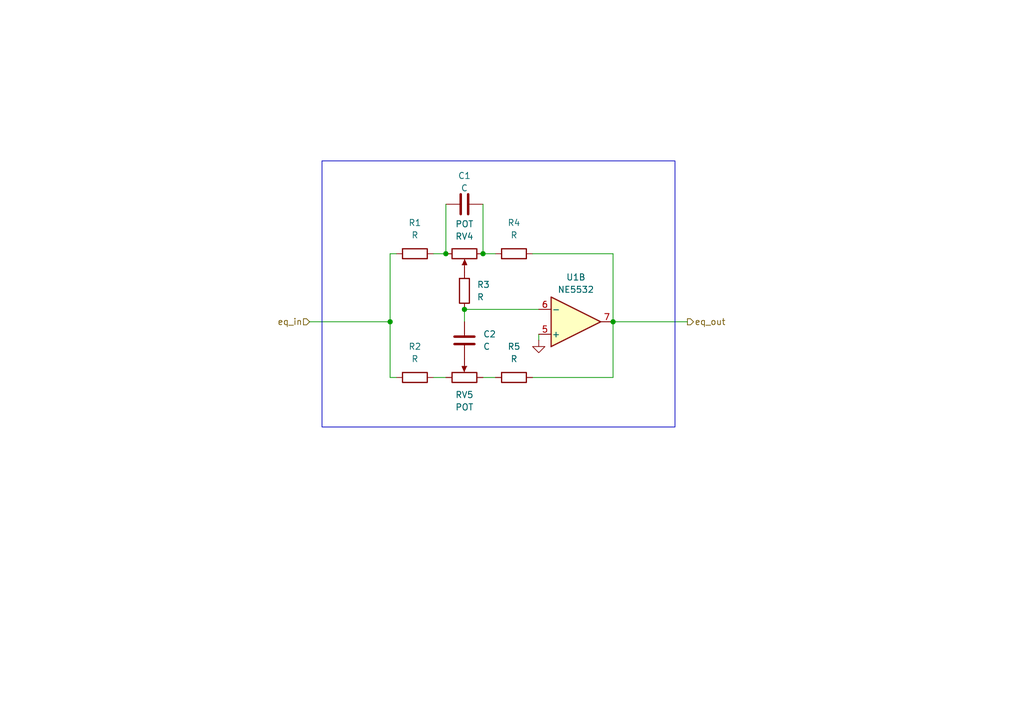
<source format=kicad_sch>
(kicad_sch (version 20231120) (generator "eeschema") (generator_version "8.0")
  (paper "A5")
  (lib_symbols
    (symbol "Amplifier_Operational:NE5532" (pin_names (offset 0.127))
      (property "Reference" "U" (at 0 5.08 0))
      (property "Value" "NE5532" (at 0 -5.08 0))
      (symbol "NE5532_1_1"
        (polyline (pts (xy -5.08 5.08) (xy 5.08 0) (xy -5.08 -5.08) (xy -5.08 5.08)) (stroke (width 0.254)) (fill (type background)))
        (pin output line (at 7.62 0 180) (length 2.54) (name "~") (number "1"))
        (pin input line (at -7.62 -2.54 0) (length 2.54) (name "-") (number "2"))
        (pin input line (at -7.62 2.54 0) (length 2.54) (name "+") (number "3"))
      )
      (symbol "NE5532_2_1"
        (polyline (pts (xy -5.08 5.08) (xy 5.08 0) (xy -5.08 -5.08) (xy -5.08 5.08)) (stroke (width 0.254)) (fill (type background)))
        (pin input line (at -7.62 2.54 0) (length 2.54) (name "+") (number "5"))
        (pin input line (at -7.62 -2.54 0) (length 2.54) (name "-") (number "6"))
        (pin output line (at 7.62 0 180) (length 2.54) (name "~") (number "7"))
      )
      (symbol "NE5532_3_1"
        (pin power_in line (at -2.54 -7.62 90) (length 3.81) (name "V-") (number "4"))
        (pin power_in line (at -2.54 7.62 270) (length 3.81) (name "V+") (number "8"))
      )
    )
    (symbol "Device:C" (pin_numbers hide) (pin_names (offset 0.254))
      (property "Reference" "C" (at 0.635 2.54 0))
      (property "Value" "C" (at 0.635 -2.54 0))
      (symbol "C_0_1"
        (polyline (pts (xy -2.032 -0.762) (xy 2.032 -0.762)) (stroke (width 0.508)))
        (polyline (pts (xy -2.032 0.762) (xy 2.032 0.762)) (stroke (width 0.508)))
      )
      (symbol "C_1_1"
        (pin passive line (at 0 3.81 270) (length 2.794) (name "~") (number "1"))
        (pin passive line (at 0 -3.81 90) (length 2.794) (name "~") (number "2"))
      )
    )
    (symbol "Device:R" (pin_numbers hide) (pin_names (offset 0))
      (property "Reference" "R" (at 2.032 0 90))
      (property "Value" "R" (at 0 0 90))
      (symbol "R_0_1"
        (rectangle (start -1.016 -2.54) (end 1.016 2.54) (stroke (width 0.254)))
      )
      (symbol "R_1_1"
        (pin passive line (at 0 3.81 270) (length 1.27) (name "~") (number "1"))
        (pin passive line (at 0 -3.81 90) (length 1.27) (name "~") (number "2"))
      )
    )
    (symbol "Eagle_Main:POT" (pin_numbers hide) (pin_names (offset 1.016) hide)
      (property "Reference" "RV" (at -4.445 0 90))
      (property "Value" "POT" (at -2.54 0 90))
      (symbol "POT_0_1"
        (polyline (pts (xy 2.54 0) (xy 1.524 0)))
        (polyline (pts (xy 1.143 0) (xy 2.286 0.508) (xy 2.286 -0.508)) (fill (type outline)))
        (rectangle (start 1.016 2.54) (end -1.016 -2.54) (stroke (width 0.254)))
      )
      (symbol "POT_1_1"
        (pin passive line (at 0 3.81 270) (length 1.27) (name "1") (number "1"))
        (pin passive line (at 3.81 0 180) (length 1.27) (name "2") (number "2"))
        (pin passive line (at 0 -3.81 90) (length 1.27) (name "3") (number "3"))
      )
    )
    (symbol "power:GND" (power) (pin_numbers hide) (pin_names (offset 0) hide)
      (property "Value" "GND" (at 0 -3.81 0))
      (symbol "GND_0_1"
        (polyline (pts (xy 0 0) (xy 0 -1.27) (xy 1.27 -1.27) (xy 0 -2.54) (xy -1.27 -1.27) (xy 0 -1.27)))
      )
      (symbol "GND_1_1"
        (pin power_in line (at 0 0 270) (length 0) (name "~") (number "1"))
      )
    )
  )
  (junction (at 95.25 63.5))
  (junction (at 80.01 66.04))
  (junction (at 91.44 52.07))
  (junction (at 99.06 52.07))
  (junction (at 125.73 66.04))
  (wire (pts (xy 125.73 66.04) (xy 140.97 66.04)))
  (wire (pts (xy 80.01 52.07) (xy 81.28 52.07)))
  (wire (pts (xy 125.73 66.04) (xy 125.73 77.47)))
  (wire (pts (xy 99.06 52.07) (xy 101.6 52.07)))
  (wire (pts (xy 91.44 41.91) (xy 91.44 52.07)))
  (wire (pts (xy 80.01 77.47) (xy 81.28 77.47)))
  (wire (pts (xy 110.49 68.58) (xy 110.49 69.85)))
  (wire (pts (xy 80.01 52.07) (xy 80.01 66.04)))
  (wire (pts (xy 125.73 52.07) (xy 125.73 66.04)))
  (wire (pts (xy 110.49 63.5) (xy 95.25 63.5)))
  (wire (pts (xy 95.25 63.5) (xy 95.25 66.04)))
  (wire (pts (xy 88.9 52.07) (xy 91.44 52.07)))
  (wire (pts (xy 63.5 66.04) (xy 80.01 66.04)))
  (wire (pts (xy 99.06 41.91) (xy 99.06 52.07)))
  (wire (pts (xy 88.9 77.47) (xy 91.44 77.47)))
  (wire (pts (xy 109.22 52.07) (xy 125.73 52.07)))
  (wire (pts (xy 125.73 77.47) (xy 109.22 77.47)))
  (wire (pts (xy 80.01 66.04) (xy 80.01 77.47)))
  (wire (pts (xy 99.06 77.47) (xy 101.6 77.47)))
  (rectangle (start 66.04 33.02) (end 138.43 87.63))
  (hierarchical_label "eq_in" (shape input) (at 63.5 66.04 180))
  (hierarchical_label "eq_out" (shape output) (at 140.97 66.04 0))
  (symbol (lib_id "Device:R") (at 85.09 52.07 90) (unit 1)
    (property "Reference" "R1" (at 85.09 45.72 90))
    (property "Value" "R" (at 85.09 48.26 90))
    (property "Footprint" "Resistor_SMD:R_0603_1608Metric" (effects (hide yes)))
    (property "Description" "Resistor" (effects (hide yes)))
  )
  (symbol (lib_id "Device:C") (at 95.25 69.85 180) (unit 1)
    (property "Reference" "C2" (at 99.06 68.5799 0) (effects (justify right)))
    (property "Value" "C" (at 99.06 71.1199 0) (effects (justify right)))
    (property "Footprint" "Capacitor_SMD:C_0603_1608Metric" (effects (hide yes)))
    (property "Description" "Unpolarized capacitor" (effects (hide yes)))
  )
  (symbol (lib_id "Amplifier_Operational:NE5532") (at 118.11 66.04 0) (mirror x) (unit 2)
    (property "Reference" "U1" (at 118.11 56.896 0))
    (property "Value" "NE5532" (at 118.11 59.436 0))
    (property "Footprint" "NE5532DR:D8" (effects (hide yes)))
    (property "Datasheet" "http://www.ti.com/lit/ds/symlink/ne5532.pdf" (effects (hide yes)))
    (property "Description" "Dual Low-Noise Operational Amplifiers, DIP-8/SOIC-8" (effects (hide yes)))
  )
  (symbol (lib_id "Device:R") (at 95.25 59.69 0) (unit 1)
    (property "Reference" "R3" (at 97.79 58.4199 0) (effects (justify left)))
    (property "Value" "R" (at 97.79 60.9599 0) (effects (justify left)))
    (property "Footprint" "Resistor_SMD:R_0603_1608Metric" (effects (hide yes)))
    (property "Description" "Resistor" (effects (hide yes)))
  )
  (symbol (lib_id "Eagle_Main:POT") (at 95.25 52.07 270) (unit 1)
    (property "Reference" "RV4" (at 95.25 48.514 90))
    (property "Value" "POT" (at 95.25 45.974 90))
  )
  (symbol (lib_id "Eagle_Main:POT") (at 95.25 77.47 90) (unit 1)
    (property "Reference" "RV5" (at 95.25 81.026 90))
    (property "Value" "POT" (at 95.25 83.566 90))
  )
  (symbol (lib_id "Device:R") (at 105.41 52.07 90) (unit 1)
    (property "Reference" "R4" (at 105.41 45.72 90))
    (property "Value" "R" (at 105.41 48.26 90))
    (property "Footprint" "Resistor_SMD:R_0603_1608Metric" (effects (hide yes)))
    (property "Description" "Resistor" (effects (hide yes)))
  )
  (symbol (lib_id "Device:C") (at 95.25 41.91 90) (unit 1)
    (property "Reference" "C1" (at 95.25 36.068 90))
    (property "Value" "C" (at 95.25 38.608 90))
    (property "Footprint" "Capacitor_SMD:C_0603_1608Metric" (effects (hide yes)))
    (property "Description" "Unpolarized capacitor" (effects (hide yes)))
  )
  (symbol (lib_id "Device:R") (at 105.41 77.47 90) (unit 1)
    (property "Reference" "R5" (at 105.41 71.12 90))
    (property "Value" "R" (at 105.41 73.66 90))
    (property "Footprint" "Resistor_SMD:R_0603_1608Metric" (effects (hide yes)))
    (property "Description" "Resistor" (effects (hide yes)))
  )
  (symbol (lib_id "power:GND") (at 110.49 69.85 0) (unit 1)
    (property "Reference" "#PWR02" (effects (hide yes)))
    (property "Value" "GND" (effects (hide yes)))
    (property "Description" "Power symbol creates a global label with name \"GND\" , ground" (effects (hide yes)))
  )
  (symbol (lib_id "Device:R") (at 85.09 77.47 90) (unit 1)
    (property "Reference" "R2" (at 85.09 71.12 90))
    (property "Value" "R" (at 85.09 73.66 90))
    (property "Footprint" "Resistor_SMD:R_0603_1608Metric" (effects (hide yes)))
    (property "Description" "Resistor" (effects (hide yes)))
  )
)
</source>
